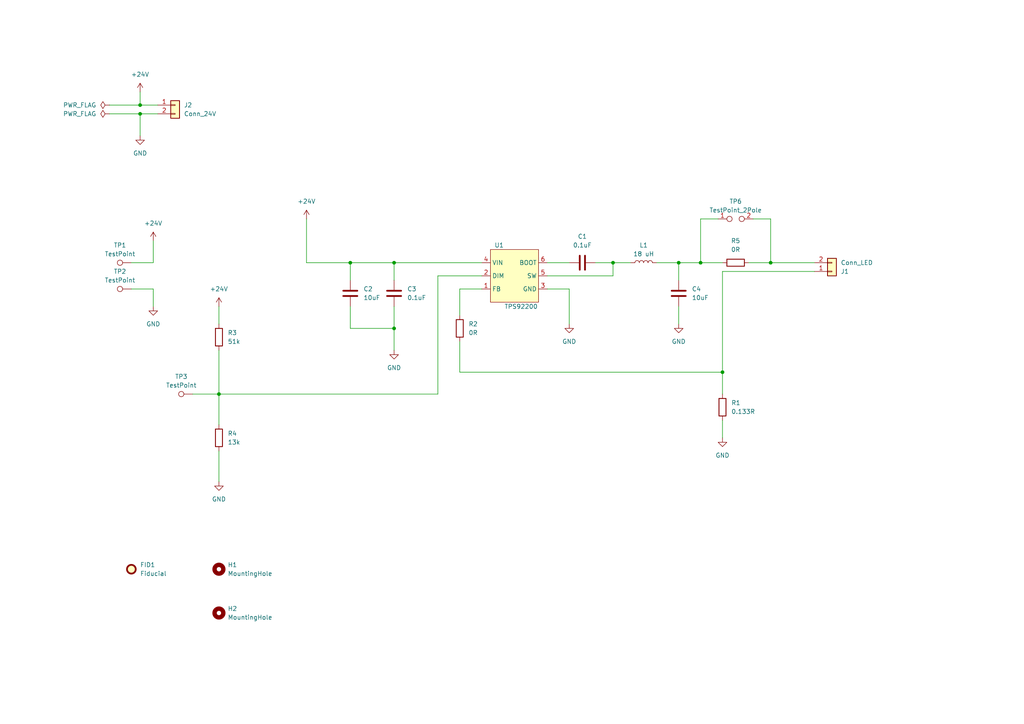
<source format=kicad_sch>
(kicad_sch (version 20230121) (generator eeschema)
  (paper "A4")
  (lib_symbols
    (symbol "Connector:TestPoint" (pin_numbers hide) (pin_names (offset 0.762) hide)
      (property "Reference" "TP" (at 0 6.858 0))
      (property "Value" "TestPoint" (at 0 5.08 0))
      (symbol "TestPoint_0_1"
        (circle (center 0 3.302) (radius 0.762))
      )
      (symbol "TestPoint_1_1"
        (pin passive line (at 0 0 90) (length 2.54) (name "1") (number "1"))
      )
    )
    (symbol "Connector:TestPoint_2Pole" (pin_names (offset 0.762) hide)
      (property "Reference" "TP" (at 0 1.524 0))
      (property "Value" "TestPoint_2Pole" (at 0 -1.778 0))
      (symbol "TestPoint_2Pole_0_1"
        (circle (center -1.778 0) (radius 0.762))
        (circle (center 1.778 0) (radius 0.762))
        (pin passive line (at -5.08 0 0) (length 2.54) (name "1") (number "1"))
        (pin passive line (at 5.08 0 180) (length 2.54) (name "2") (number "2"))
      )
    )
    (symbol "Connector_Generic:Conn_01x02" (pin_names (offset 1.016) hide)
      (property "Reference" "J" (at 0 2.54 0))
      (property "Value" "Conn_01x02" (at 0 -5.08 0))
      (symbol "Conn_01x02_1_1"
        (rectangle (start -1.27 -2.413) (end 0 -2.667) (stroke (width 0.1524)))
        (rectangle (start -1.27 0.127) (end 0 -0.127) (stroke (width 0.1524)))
        (rectangle (start -1.27 1.27) (end 1.27 -3.81) (stroke (width 0.254)) (fill (type background)))
        (pin passive line (at -5.08 0 0) (length 3.81) (name "Pin_1") (number "1"))
        (pin passive line (at -5.08 -2.54 0) (length 3.81) (name "Pin_2") (number "2"))
      )
    )
    (symbol "Device:C" (pin_numbers hide) (pin_names (offset 0.254))
      (property "Reference" "C" (at 0.635 2.54 0))
      (property "Value" "C" (at 0.635 -2.54 0))
      (symbol "C_0_1"
        (polyline (pts (xy -2.032 -0.762) (xy 2.032 -0.762)) (stroke (width 0.508)))
        (polyline (pts (xy -2.032 0.762) (xy 2.032 0.762)) (stroke (width 0.508)))
      )
      (symbol "C_1_1"
        (pin passive line (at 0 3.81 270) (length 2.794) (name "~") (number "1"))
        (pin passive line (at 0 -3.81 90) (length 2.794) (name "~") (number "2"))
      )
    )
    (symbol "Device:L" (pin_numbers hide) (pin_names (offset 1.016) hide)
      (property "Reference" "L" (at -1.27 0 90))
      (property "Value" "L" (at 1.905 0 90))
      (symbol "L_0_1"
        (arc (start 0 -2.54) (mid 0.6323 -1.905) (end 0 -1.27))
        (arc (start 0 -1.27) (mid 0.6323 -0.635) (end 0 0))
        (arc (start 0 0) (mid 0.6323 0.635) (end 0 1.27))
        (arc (start 0 1.27) (mid 0.6323 1.905) (end 0 2.54))
      )
      (symbol "L_1_1"
        (pin passive line (at 0 3.81 270) (length 1.27) (name "1") (number "1"))
        (pin passive line (at 0 -3.81 90) (length 1.27) (name "2") (number "2"))
      )
    )
    (symbol "Device:R" (pin_numbers hide) (pin_names (offset 0))
      (property "Reference" "R" (at 2.032 0 90))
      (property "Value" "R" (at 0 0 90))
      (symbol "R_0_1"
        (rectangle (start -1.016 -2.54) (end 1.016 2.54) (stroke (width 0.254)))
      )
      (symbol "R_1_1"
        (pin passive line (at 0 3.81 270) (length 1.27) (name "~") (number "1"))
        (pin passive line (at 0 -3.81 90) (length 1.27) (name "~") (number "2"))
      )
    )
    (symbol "Mechanical:Fiducial"
      (property "Reference" "FID" (at 0 5.08 0))
      (property "Value" "Fiducial" (at 0 3.175 0))
      (symbol "Fiducial_0_1"
        (circle (center 0 0) (radius 1.27) (stroke (width 0.508)) (fill (type background)))
      )
    )
    (symbol "Mechanical:MountingHole" (pin_names (offset 1.016))
      (property "Reference" "H" (at 0 5.08 0))
      (property "Value" "MountingHole" (at 0 3.175 0))
      (symbol "MountingHole_0_1"
        (circle (center 0 0) (radius 1.27) (stroke (width 1.27)))
      )
    )
    (symbol "TPS92200:TPS92200xDDCR"
      (property "Reference" "U" (at 1.27 1.27 0))
      (property "Value" "TPS92200" (at 8.89 -16.51 0))
      (symbol "TPS92200xDDCR_1_1"
        (rectangle (start 0 0) (end 13.97 -15.24) (fill (type background)))
        (pin input line (at -2.54 -11.43 0) (length 2.54) (name "FB") (number "1"))
        (pin input line (at -2.54 -7.62 0) (length 2.54) (name "DIM") (number "2"))
        (pin power_in line (at 16.51 -11.43 180) (length 2.54) (name "GND") (number "3"))
        (pin power_in line (at -2.54 -3.81 0) (length 2.54) (name "VIN") (number "4"))
        (pin output line (at 16.51 -7.62 180) (length 2.54) (name "SW") (number "5"))
        (pin output line (at 16.51 -3.81 180) (length 2.54) (name "BOOT") (number "6"))
      )
    )
    (symbol "power:+24V" (power) (pin_names (offset 0))
      (property "Value" "+24V" (at 0 3.556 0))
      (symbol "+24V_0_1"
        (polyline (pts (xy -0.762 1.27) (xy 0 2.54)))
        (polyline (pts (xy 0 0) (xy 0 2.54)))
        (polyline (pts (xy 0 2.54) (xy 0.762 1.27)))
      )
      (symbol "+24V_1_1"
        (pin power_in line (at 0 0 90) (length 0) hide (name "+24V") (number "1"))
      )
    )
    (symbol "power:GND" (power) (pin_names (offset 0))
      (property "Value" "GND" (at 0 -3.81 0))
      (symbol "GND_0_1"
        (polyline (pts (xy 0 0) (xy 0 -1.27) (xy 1.27 -1.27) (xy 0 -2.54) (xy -1.27 -1.27) (xy 0 -1.27)))
      )
      (symbol "GND_1_1"
        (pin power_in line (at 0 0 270) (length 0) hide (name "GND") (number "1"))
      )
    )
    (symbol "power:PWR_FLAG" (power) (pin_numbers hide) (pin_names (offset 0) hide)
      (property "Value" "PWR_FLAG" (at 0 3.81 0))
      (symbol "PWR_FLAG_0_0"
        (pin power_out line (at 0 0 90) (length 0) (name "pwr") (number "1"))
      )
      (symbol "PWR_FLAG_0_1"
        (polyline (pts (xy 0 0) (xy 0 1.27) (xy -1.016 1.905) (xy 0 2.54) (xy 1.016 1.905) (xy 0 1.27)))
      )
    )
  )
  (junction (at 63.5 114.3))
  (junction (at 223.52 76.2))
  (junction (at 203.2 76.2))
  (junction (at 101.6 76.2))
  (junction (at 114.3 76.2))
  (junction (at 40.64 30.48))
  (junction (at 196.85 76.2))
  (junction (at 177.8 76.2))
  (junction (at 114.3 95.25))
  (junction (at 209.55 107.95))
  (junction (at 40.64 33.02))
  (wire (pts (xy 203.2 63.5) (xy 208.28 63.5)))
  (wire (pts (xy 38.1 76.2) (xy 44.45 76.2)))
  (wire (pts (xy 223.52 63.5) (xy 223.52 76.2)))
  (wire (pts (xy 101.6 76.2) (xy 114.3 76.2)))
  (wire (pts (xy 101.6 88.9) (xy 101.6 95.25)))
  (wire (pts (xy 38.1 83.82) (xy 44.45 83.82)))
  (wire (pts (xy 203.2 63.5) (xy 203.2 76.2)))
  (wire (pts (xy 45.72 30.48) (xy 40.64 30.48)))
  (wire (pts (xy 44.45 83.82) (xy 44.45 88.9)))
  (wire (pts (xy 209.55 78.74) (xy 209.55 107.95)))
  (wire (pts (xy 55.88 114.3) (xy 63.5 114.3)))
  (wire (pts (xy 196.85 76.2) (xy 203.2 76.2)))
  (wire (pts (xy 203.2 76.2) (xy 209.55 76.2)))
  (wire (pts (xy 63.5 88.9) (xy 63.5 93.98)))
  (wire (pts (xy 63.5 114.3) (xy 127 114.3)))
  (wire (pts (xy 190.5 76.2) (xy 196.85 76.2)))
  (wire (pts (xy 101.6 95.25) (xy 114.3 95.25)))
  (wire (pts (xy 196.85 88.9) (xy 196.85 93.98)))
  (wire (pts (xy 127 114.3) (xy 127 80.01)))
  (wire (pts (xy 133.35 83.82) (xy 139.7 83.82)))
  (wire (pts (xy 40.64 33.02) (xy 40.64 39.37)))
  (wire (pts (xy 127 80.01) (xy 139.7 80.01)))
  (wire (pts (xy 158.75 83.82) (xy 165.1 83.82)))
  (wire (pts (xy 44.45 76.2) (xy 44.45 69.85)))
  (wire (pts (xy 114.3 95.25) (xy 114.3 101.6)))
  (wire (pts (xy 88.9 76.2) (xy 88.9 63.5)))
  (wire (pts (xy 114.3 88.9) (xy 114.3 95.25)))
  (wire (pts (xy 158.75 76.2) (xy 165.1 76.2)))
  (wire (pts (xy 196.85 76.2) (xy 196.85 81.28)))
  (wire (pts (xy 217.17 76.2) (xy 223.52 76.2)))
  (wire (pts (xy 133.35 83.82) (xy 133.35 91.44)))
  (wire (pts (xy 63.5 114.3) (xy 63.5 123.19)))
  (wire (pts (xy 114.3 76.2) (xy 114.3 81.28)))
  (wire (pts (xy 31.75 30.48) (xy 40.64 30.48)))
  (wire (pts (xy 31.75 33.02) (xy 40.64 33.02)))
  (wire (pts (xy 209.55 78.74) (xy 236.22 78.74)))
  (wire (pts (xy 209.55 107.95) (xy 209.55 114.3)))
  (wire (pts (xy 172.72 76.2) (xy 177.8 76.2)))
  (wire (pts (xy 165.1 83.82) (xy 165.1 93.98)))
  (wire (pts (xy 158.75 80.01) (xy 177.8 80.01)))
  (wire (pts (xy 40.64 30.48) (xy 40.64 26.67)))
  (wire (pts (xy 114.3 76.2) (xy 139.7 76.2)))
  (wire (pts (xy 223.52 76.2) (xy 236.22 76.2)))
  (wire (pts (xy 63.5 101.6) (xy 63.5 114.3)))
  (wire (pts (xy 177.8 76.2) (xy 182.88 76.2)))
  (wire (pts (xy 177.8 80.01) (xy 177.8 76.2)))
  (wire (pts (xy 133.35 99.06) (xy 133.35 107.95)))
  (wire (pts (xy 88.9 76.2) (xy 101.6 76.2)))
  (wire (pts (xy 45.72 33.02) (xy 40.64 33.02)))
  (wire (pts (xy 209.55 107.95) (xy 133.35 107.95)))
  (wire (pts (xy 209.55 121.92) (xy 209.55 127)))
  (wire (pts (xy 63.5 130.81) (xy 63.5 139.7)))
  (wire (pts (xy 101.6 76.2) (xy 101.6 81.28)))
  (wire (pts (xy 218.44 63.5) (xy 223.52 63.5)))
  (symbol (lib_id "power:+24V") (at 88.9 63.5 0) (unit 1)
    (property "Reference" "#PWR01" (effects hide))
    (property "Value" "+24V" (at 88.9 58.42 0))
  )
  (symbol (lib_id "power:+24V") (at 44.45 69.85 0) (unit 1)
    (property "Reference" "#PWR010" (effects hide))
    (property "Value" "+24V" (at 44.45 64.77 0))
  )
  (symbol (lib_id "Connector:TestPoint") (at 38.1 76.2 90) (unit 1)
    (property "Reference" "TP1" (at 34.798 71.12 90))
    (property "Value" "TestPoint" (at 34.798 73.66 90))
    (property "Footprint" "TestPoint:TestPoint_THTPad_D1.5mm_Drill0.7mm" (effects hide))
  )
  (symbol (lib_id "power:GND") (at 44.45 88.9 0) (unit 1)
    (property "Reference" "#PWR011" (effects hide))
    (property "Value" "GND" (at 44.45 93.98 0))
  )
  (symbol (lib_id "Connector_Generic:Conn_01x02") (at 50.8 30.48 0) (unit 1)
    (property "Reference" "J2" (at 53.34 30.48 0) (effects (justify left)))
    (property "Value" "Conn_24V" (at 53.34 33.02 0) (effects (justify left)))
    (property "Footprint" "Connector_Molex:Molex_Micro-Fit_3.0_43650-0200_1x02_P3.00mm_Horizontal" (effects hide))
  )
  (symbol (lib_id "Device:R") (at 63.5 97.79 180) (unit 1)
    (property "Reference" "R3" (at 66.04 96.52 0) (effects (justify right)))
    (property "Value" "51k" (at 66.04 99.06 0) (effects (justify right)))
    (property "Footprint" "Resistor_SMD:R_1206_3216Metric_Pad1.30x1.75mm_HandSolder" (effects hide))
  )
  (symbol (lib_id "power:GND") (at 196.85 93.98 0) (unit 1)
    (property "Reference" "#PWR06" (effects hide))
    (property "Value" "GND" (at 196.85 99.06 0))
  )
  (symbol (lib_id "power:GND") (at 165.1 93.98 0) (unit 1)
    (property "Reference" "#PWR02" (effects hide))
    (property "Value" "GND" (at 165.1 99.06 0))
  )
  (symbol (lib_id "Mechanical:MountingHole") (at 63.5 165.1 0) (unit 1)
    (property "Reference" "H1" (at 66.04 163.83 0) (effects (justify left)))
    (property "Value" "MountingHole" (at 66.04 166.37 0) (effects (justify left)))
    (property "Footprint" "MountingHole:MountingHole_2.7mm_M2.5" (effects hide))
  )
  (symbol (lib_id "power:GND") (at 114.3 101.6 0) (unit 1)
    (property "Reference" "#PWR05" (effects hide))
    (property "Value" "GND" (at 114.3 106.68 0))
  )
  (symbol (lib_id "Device:C") (at 196.85 85.09 0) (unit 1)
    (property "Reference" "C4" (at 200.66 83.82 0) (effects (justify left)))
    (property "Value" "10uF" (at 200.66 86.36 0) (effects (justify left)))
    (property "Footprint" "Capacitor_SMD:C_1206_3216Metric_Pad1.33x1.80mm_HandSolder" (effects hide))
  )
  (symbol (lib_id "Device:C") (at 114.3 85.09 0) (unit 1)
    (property "Reference" "C3" (at 118.11 83.82 0) (effects (justify left)))
    (property "Value" "0.1uF" (at 118.11 86.36 0) (effects (justify left)))
    (property "Footprint" "Capacitor_SMD:C_1210_3225Metric_Pad1.33x2.70mm_HandSolder" (effects hide))
  )
  (symbol (lib_id "Connector_Generic:Conn_01x02") (at 241.3 78.74 0) (mirror x) (unit 1)
    (property "Reference" "J1" (at 243.84 78.74 0) (effects (justify left)))
    (property "Value" "Conn_LED" (at 243.84 76.2 0) (effects (justify left)))
    (property "Footprint" "Connector_Molex:Molex_Micro-Fit_3.0_43650-0200_1x02_P3.00mm_Horizontal" (effects hide))
  )
  (symbol (lib_id "Device:R") (at 63.5 127 180) (unit 1)
    (property "Reference" "R4" (at 66.04 125.73 0) (effects (justify right)))
    (property "Value" "13k" (at 66.04 128.27 0) (effects (justify right)))
    (property "Footprint" "Resistor_SMD:R_1206_3216Metric_Pad1.30x1.75mm_HandSolder" (effects hide))
  )
  (symbol (lib_id "power:+24V") (at 63.5 88.9 0) (unit 1)
    (property "Reference" "#PWR08" (effects hide))
    (property "Value" "+24V" (at 63.5 83.82 0))
  )
  (symbol (lib_id "power:PWR_FLAG") (at 31.75 33.02 90) (unit 1)
    (property "Reference" "#FLG01" (effects hide))
    (property "Value" "PWR_FLAG" (at 27.94 33.02 90) (effects (justify left)))
  )
  (symbol (lib_id "Device:L") (at 186.69 76.2 90) (unit 1)
    (property "Reference" "L1" (at 186.69 71.12 90))
    (property "Value" "18 uH" (at 186.69 73.66 90))
    (property "Footprint" "Inductor_THT:L_Radial_D8.7mm_P5.00mm_Fastron_07HCP" (effects hide))
  )
  (symbol (lib_id "Connector:TestPoint") (at 55.88 114.3 90) (unit 1)
    (property "Reference" "TP3" (at 52.578 109.22 90))
    (property "Value" "TestPoint" (at 52.578 111.76 90))
    (property "Footprint" "TestPoint:TestPoint_THTPad_D1.5mm_Drill0.7mm" (effects hide))
  )
  (symbol (lib_id "Mechanical:Fiducial") (at 38.1 165.1 0) (unit 1)
    (property "Reference" "FID1" (at 40.64 163.83 0) (effects (justify left)))
    (property "Value" "Fiducial" (at 40.64 166.37 0) (effects (justify left)))
    (property "Footprint" "Fiducial:Fiducial_0.5mm_Mask1mm" (effects hide))
  )
  (symbol (lib_id "Connector:TestPoint") (at 38.1 83.82 90) (unit 1)
    (property "Reference" "TP2" (at 34.798 78.74 90))
    (property "Value" "TestPoint" (at 34.798 81.28 90))
    (property "Footprint" "TestPoint:TestPoint_THTPad_D1.5mm_Drill0.7mm" (effects hide))
  )
  (symbol (lib_id "power:GND") (at 63.5 139.7 0) (unit 1)
    (property "Reference" "#PWR09" (effects hide))
    (property "Value" "GND" (at 63.5 144.78 0))
  )
  (symbol (lib_id "Device:C") (at 101.6 85.09 0) (unit 1)
    (property "Reference" "C2" (at 105.41 83.82 0) (effects (justify left)))
    (property "Value" "10uF" (at 105.41 86.36 0) (effects (justify left)))
    (property "Footprint" "Capacitor_SMD:C_1206_3216Metric_Pad1.33x1.80mm_HandSolder" (effects hide))
  )
  (symbol (lib_id "power:PWR_FLAG") (at 31.75 30.48 90) (unit 1)
    (property "Reference" "#FLG02" (effects hide))
    (property "Value" "PWR_FLAG" (at 27.94 30.48 90) (effects (justify left)))
  )
  (symbol (lib_id "power:GND") (at 40.64 39.37 0) (unit 1)
    (property "Reference" "#PWR04" (effects hide))
    (property "Value" "GND" (at 40.64 44.45 0))
  )
  (symbol (lib_id "Device:C") (at 168.91 76.2 270) (unit 1)
    (property "Reference" "C1" (at 168.91 68.58 90))
    (property "Value" "0.1uF" (at 168.91 71.12 90))
    (property "Footprint" "Capacitor_SMD:C_1210_3225Metric_Pad1.33x2.70mm_HandSolder" (effects hide))
  )
  (symbol (lib_id "power:+24V") (at 40.64 26.67 0) (unit 1)
    (property "Reference" "#PWR03" (effects hide))
    (property "Value" "+24V" (at 40.64 21.59 0))
  )
  (symbol (lib_id "power:GND") (at 209.55 127 0) (unit 1)
    (property "Reference" "#PWR07" (effects hide))
    (property "Value" "GND" (at 209.55 132.08 0))
  )
  (symbol (lib_id "Device:R") (at 209.55 118.11 180) (unit 1)
    (property "Reference" "R1" (at 212.09 116.84 0) (effects (justify right)))
    (property "Value" "0.133R" (at 212.09 119.38 0) (effects (justify right)))
    (property "Footprint" "Resistor_SMD:R_1206_3216Metric_Pad1.30x1.75mm_HandSolder" (effects hide))
  )
  (symbol (lib_id "Device:R") (at 133.35 95.25 180) (unit 1)
    (property "Reference" "R2" (at 135.89 93.98 0) (effects (justify right)))
    (property "Value" "0R" (at 135.89 96.52 0) (effects (justify right)))
    (property "Footprint" "Resistor_SMD:R_1206_3216Metric_Pad1.30x1.75mm_HandSolder" (effects hide))
  )
  (symbol (lib_id "Device:R") (at 213.36 76.2 270) (unit 1)
    (property "Reference" "R5" (at 213.36 69.85 90))
    (property "Value" "0R" (at 213.36 72.39 90))
    (property "Footprint" "Resistor_SMD:R_1206_3216Metric_Pad1.30x1.75mm_HandSolder" (effects hide))
  )
  (symbol (lib_id "Connector:TestPoint_2Pole") (at 213.36 63.5 0) (unit 1)
    (property "Reference" "TP6" (at 213.36 58.42 0))
    (property "Value" "TestPoint_2Pole" (at 213.36 60.96 0))
    (property "Footprint" "TestPoint:TestPoint_2Pads_Pitch2.54mm_Drill0.8mm" (effects hide))
  )
  (symbol (lib_id "Mechanical:MountingHole") (at 63.5 177.8 0) (unit 1)
    (property "Reference" "H2" (at 66.04 176.53 0) (effects (justify left)))
    (property "Value" "MountingHole" (at 66.04 179.07 0) (effects (justify left)))
    (property "Footprint" "MountingHole:MountingHole_2.7mm_M2.5" (effects hide))
  )
  (symbol (lib_id "TPS92200:TPS92200xDDCR") (at 142.24 72.39 0) (unit 1)
    (property "Reference" "U1" (at 144.78 71.12 0))
    (property "Value" "TPS92200" (at 151.13 88.9 0))
    (property "Footprint" "Package_TO_SOT_SMD:SOT-23-6_Handsoldering" (effects hide))
    (property "Datasheet" "https://www.ti.com/lit/gpn/tps92200" (effects hide))
  )
)
</source>
